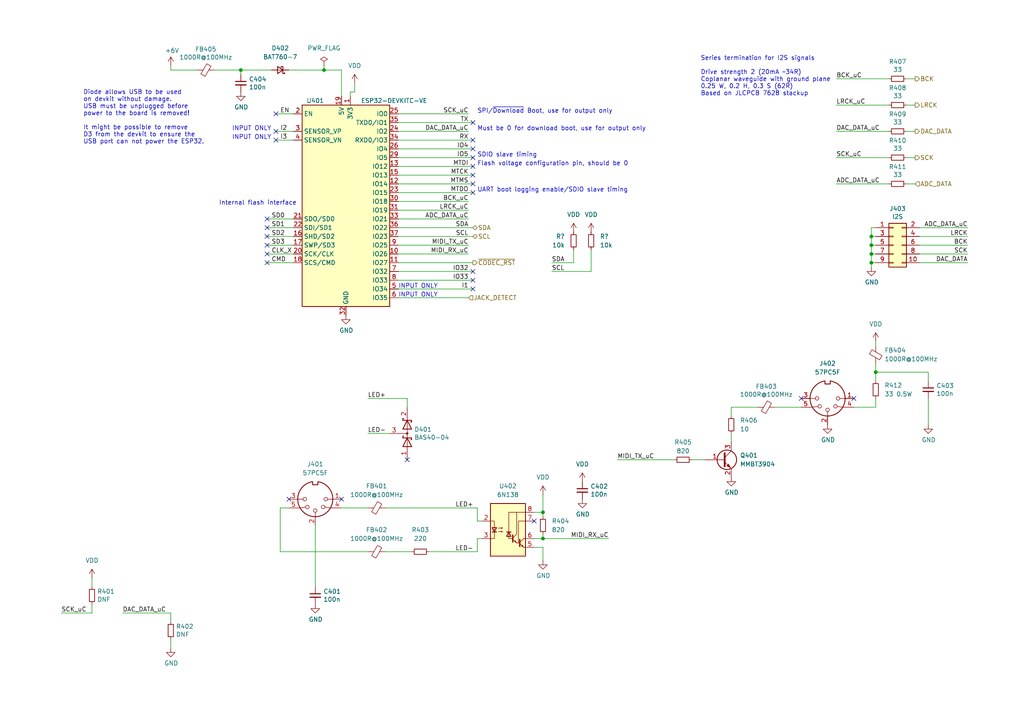
<source format=kicad_sch>
(kicad_sch (version 20210621) (generator eeschema)
  (paper "A4")
  (lib_symbols
    (symbol "Connector:DIN-5_180degree" (pin_names (offset 1.016))
      (property "Reference" "J" (at 3.175 5.715 0))
      (property "Value" "DIN-5_180degree" (at 0 -6.35 0))
      (symbol "DIN-5_180degree_0_1"
        (arc (start 0.762 -5.08) (end 5.08 0) (radius (at -0.0254 -0.0254) (length 5.1054) (angles -81.1 0.3)) (stroke (width 0.254)))
        (arc (start 5.08 0) (end -5.08 0) (radius (at 0 0) (length 5.08) (angles 0.1 179.9)) (stroke (width 0.254)))
        (arc (start -5.08 0) (end -0.762 -5.08) (radius (at 0.0254 -0.0254) (length 5.1054) (angles 179.7 -98.9)) (stroke (width 0.254)))
        (circle (center -3.048 0) (radius 0.508))
        (circle (center -2.286 2.286) (radius 0.508))
        (circle (center 0 3.302) (radius 0.508))
        (circle (center 2.286 2.286) (radius 0.508))
        (circle (center 3.048 0) (radius 0.508))
        (polyline (pts (xy -5.08 0) (xy -3.556 0)))
        (polyline (pts (xy 0 5.08) (xy 0 3.81)))
        (polyline (pts (xy 5.08 0) (xy 3.556 0)))
        (polyline (pts (xy -5.08 2.54) (xy -4.318 2.54) (xy -2.794 2.286)))
        (polyline (pts (xy 5.08 2.54) (xy 4.318 2.54) (xy 2.794 2.286)))
        (polyline (pts (xy -0.762 -4.953) (xy -0.762 -4.191) (xy 0.762 -4.191) (xy 0.762 -4.953)) (stroke (width 0.254)))
      )
      (symbol "DIN-5_180degree_1_1"
        (pin passive line (at -7.62 0 0) (length 2.54) (name "~") (number "1"))
        (pin passive line (at 0 7.62 270) (length 2.54) (name "~") (number "2"))
        (pin passive line (at 7.62 0 180) (length 2.54) (name "~") (number "3"))
        (pin passive line (at -7.62 2.54 0) (length 2.54) (name "~") (number "4"))
        (pin passive line (at 7.62 2.54 180) (length 2.54) (name "~") (number "5"))
      )
    )
    (symbol "Connector_Generic:Conn_02x05_Odd_Even" (pin_names (offset 1.016) hide)
      (property "Reference" "J" (at 1.27 7.62 0))
      (property "Value" "Conn_02x05_Odd_Even" (at 1.27 -7.62 0))
      (symbol "Conn_02x05_Odd_Even_1_1"
        (rectangle (start -1.27 -4.953) (end 0 -5.207) (stroke (width 0.1524)))
        (rectangle (start -1.27 -2.413) (end 0 -2.667) (stroke (width 0.1524)))
        (rectangle (start -1.27 0.127) (end 0 -0.127) (stroke (width 0.1524)))
        (rectangle (start -1.27 2.667) (end 0 2.413) (stroke (width 0.1524)))
        (rectangle (start -1.27 5.207) (end 0 4.953) (stroke (width 0.1524)))
        (rectangle (start 3.81 -4.953) (end 2.54 -5.207) (stroke (width 0.1524)))
        (rectangle (start 3.81 -2.413) (end 2.54 -2.667) (stroke (width 0.1524)))
        (rectangle (start 3.81 0.127) (end 2.54 -0.127) (stroke (width 0.1524)))
        (rectangle (start 3.81 2.667) (end 2.54 2.413) (stroke (width 0.1524)))
        (rectangle (start 3.81 5.207) (end 2.54 4.953) (stroke (width 0.1524)))
        (rectangle (start -1.27 6.35) (end 3.81 -6.35) (stroke (width 0.254)) (fill (type background)))
        (pin passive line (at -5.08 5.08 0) (length 3.81) (name "Pin_1") (number "1"))
        (pin passive line (at 7.62 -5.08 180) (length 3.81) (name "Pin_10") (number "10"))
        (pin passive line (at 7.62 5.08 180) (length 3.81) (name "Pin_2") (number "2"))
        (pin passive line (at -5.08 2.54 0) (length 3.81) (name "Pin_3") (number "3"))
        (pin passive line (at 7.62 2.54 180) (length 3.81) (name "Pin_4") (number "4"))
        (pin passive line (at -5.08 0 0) (length 3.81) (name "Pin_5") (number "5"))
        (pin passive line (at 7.62 0 180) (length 3.81) (name "Pin_6") (number "6"))
        (pin passive line (at -5.08 -2.54 0) (length 3.81) (name "Pin_7") (number "7"))
        (pin passive line (at 7.62 -2.54 180) (length 3.81) (name "Pin_8") (number "8"))
        (pin passive line (at -5.08 -5.08 0) (length 3.81) (name "Pin_9") (number "9"))
      )
    )
    (symbol "Device:C_Small" (pin_numbers hide) (pin_names (offset 0.254) hide)
      (property "Reference" "C" (at 0.254 1.778 0))
      (property "Value" "C_Small" (at 0.254 -2.032 0))
      (symbol "C_Small_0_1"
        (polyline (pts (xy -1.524 -0.508) (xy 1.524 -0.508)) (stroke (width 0.3302)))
        (polyline (pts (xy -1.524 0.508) (xy 1.524 0.508)) (stroke (width 0.3048)))
      )
      (symbol "C_Small_1_1"
        (pin passive line (at 0 2.54 270) (length 2.032) (name "~") (number "1"))
        (pin passive line (at 0 -2.54 90) (length 2.032) (name "~") (number "2"))
      )
    )
    (symbol "Device:D_Schottky_Small" (pin_numbers hide) (pin_names (offset 0.254) hide)
      (property "Reference" "D" (at -1.27 2.032 0))
      (property "Value" "D_Schottky_Small" (at -7.112 -2.032 0))
      (symbol "D_Schottky_Small_0_1"
        (polyline (pts (xy -0.762 0) (xy 0.762 0)))
        (polyline (pts (xy 0.762 -1.016) (xy -0.762 0) (xy 0.762 1.016) (xy 0.762 -1.016)) (stroke (width 0.254)))
        (polyline (pts (xy -1.27 0.762) (xy -1.27 1.016) (xy -0.762 1.016) (xy -0.762 -1.016) (xy -0.254 -1.016) (xy -0.254 -0.762)) (stroke (width 0.254)))
      )
      (symbol "D_Schottky_Small_1_1"
        (pin passive line (at -2.54 0 0) (length 1.778) (name "K") (number "1"))
        (pin passive line (at 2.54 0 180) (length 1.778) (name "A") (number "2"))
      )
    )
    (symbol "Device:D_Schottky_x2_Serial_AKC" (pin_names (offset 0.762) hide)
      (property "Reference" "D" (at 1.27 -2.54 0))
      (property "Value" "D_Schottky_x2_Serial_AKC" (at 0 2.54 0))
      (symbol "D_Schottky_x2_Serial_AKC_0_1"
        (circle (center 0 0) (radius 0.254) (fill (type outline)))
        (polyline (pts (xy -3.81 0) (xy 3.81 0)))
        (polyline (pts (xy 0 0) (xy 0 -2.54)))
        (polyline (pts (xy 6.35 0) (xy 7.62 0)))
        (polyline (pts (xy -1.27 -1.27) (xy -1.27 1.27) (xy -1.27 1.27)) (stroke (width 0.254)))
        (polyline (pts (xy 3.81 1.27) (xy 3.81 -1.27) (xy 3.81 -1.27)) (stroke (width 0.254)))
        (polyline (pts (xy -1.27 -1.27) (xy -0.762 -1.27) (xy -0.762 -1.016) (xy -0.762 -1.016)) (stroke (width 0.254)))
        (polyline (pts (xy 3.81 -1.27) (xy 4.318 -1.27) (xy 4.318 -1.016) (xy 4.318 -1.016)) (stroke (width 0.254)))
        (polyline (pts (xy 3.81 1.27) (xy 3.302 1.27) (xy 3.302 1.016) (xy 3.302 1.016)) (stroke (width 0.254)))
        (polyline (pts (xy -1.778 1.016) (xy -1.778 1.27) (xy -1.27 1.27) (xy -1.27 1.27) (xy -1.27 1.27)) (stroke (width 0.254)))
        (polyline (pts (xy -3.81 1.27) (xy -1.27 0) (xy -3.81 -1.27) (xy -3.81 1.27) (xy -3.81 1.27) (xy -3.81 1.27)) (stroke (width 0.254)))
        (polyline (pts (xy 1.27 1.27) (xy 3.81 0) (xy 1.27 -1.27) (xy 1.27 1.27) (xy 1.27 1.27) (xy 1.27 1.27)) (stroke (width 0.254)))
        (pin passive line (at -7.62 0 0) (length 3.81) (name "A") (number "1"))
        (pin passive line (at 7.62 0 180) (length 3.81) (name "K") (number "2"))
        (pin passive line (at 0 -5.08 90) (length 2.54) (name "common") (number "3"))
      )
    )
    (symbol "Device:Ferrite_Bead_Small" (pin_numbers hide) (pin_names (offset 0))
      (property "Reference" "FB" (at 1.905 1.27 0))
      (property "Value" "Ferrite_Bead_Small" (at 1.905 -1.27 0))
      (symbol "Ferrite_Bead_Small_0_1"
        (polyline (pts (xy 0 -1.27) (xy 0 -0.7874)))
        (polyline (pts (xy 0 0.889) (xy 0 1.2954)))
        (polyline (pts (xy -1.8288 0.2794) (xy -1.1176 1.4986) (xy 1.8288 -0.2032) (xy 1.1176 -1.4224) (xy -1.8288 0.2794)))
      )
      (symbol "Ferrite_Bead_Small_1_1"
        (pin passive line (at 0 2.54 270) (length 1.27) (name "~") (number "1"))
        (pin passive line (at 0 -2.54 90) (length 1.27) (name "~") (number "2"))
      )
    )
    (symbol "Device:R_Small" (pin_numbers hide) (pin_names (offset 0.254) hide)
      (property "Reference" "R" (at 0.762 0.508 0))
      (property "Value" "R_Small" (at 0.762 -1.016 0))
      (symbol "R_Small_0_1"
        (rectangle (start -0.762 1.778) (end 0.762 -1.778) (stroke (width 0.2032)))
      )
      (symbol "R_Small_1_1"
        (pin passive line (at 0 2.54 270) (length 0.762) (name "~") (number "1"))
        (pin passive line (at 0 -2.54 90) (length 0.762) (name "~") (number "2"))
      )
    )
    (symbol "Isolator:6N138" (pin_names (offset 1.016) hide)
      (property "Reference" "U" (at -4.064 8.89 0))
      (property "Value" "6N138" (at 2.286 8.89 0))
      (symbol "6N138_0_1"
        (rectangle (start -5.08 7.62) (end 5.08 -7.62) (stroke (width 0.254)) (fill (type background)))
        (polyline (pts (xy -4.572 -0.635) (xy -3.302 -0.635)) (stroke (width 0.254)))
        (polyline (pts (xy 0.889 -0.635) (xy -0.381 -0.635)) (stroke (width 0.254)))
        (polyline (pts (xy 1.397 -2.667) (xy 2.54 -3.81)))
        (polyline (pts (xy 1.397 -2.413) (xy 2.54 -1.27)))
        (polyline (pts (xy 2.54 -3.81) (xy 3.175 -3.81)))
        (polyline (pts (xy 3.429 -3.937) (xy 4.572 -5.08)))
        (polyline (pts (xy 3.429 -3.683) (xy 4.572 -2.54)))
        (polyline (pts (xy 4.572 -5.08) (xy 5.08 -5.08)))
        (polyline (pts (xy 4.572 -2.54) (xy 5.08 -2.54)))
        (polyline (pts (xy 1.397 -1.524) (xy 1.397 -3.556) (xy 1.397 -3.556)) (stroke (width 0.3556)))
        (polyline (pts (xy 2.54 -1.27) (xy 2.54 5.08) (xy 5.08 5.08)))
        (polyline (pts (xy 3.429 -2.794) (xy 3.429 -4.826) (xy 3.429 -4.826)) (stroke (width 0.3556)))
        (polyline (pts (xy 5.08 2.54) (xy 3.048 2.54) (xy 3.048 -3.81)))
        (polyline (pts (xy -5.08 -2.54) (xy -3.937 -2.54) (xy -3.937 2.54) (xy -5.08 2.54)))
        (polyline (pts (xy -3.937 -0.635) (xy -4.572 0.635) (xy -3.302 0.635) (xy -3.937 -0.635)) (stroke (width 0.254)))
        (polyline (pts (xy 0.254 -0.635) (xy 0.889 -1.905) (xy -0.381 -1.905) (xy 0.254 -0.635)) (stroke (width 0.254)))
        (polyline (pts (xy 1.27 -2.54) (xy 0.254 -2.54) (xy 0.254 5.08) (xy 2.54 5.08)))
        (polyline (pts (xy 2.413 -3.683) (xy 2.159 -3.175) (xy 1.905 -3.429) (xy 2.413 -3.683)))
        (polyline (pts (xy 4.445 -4.953) (xy 4.191 -4.445) (xy 3.937 -4.699) (xy 4.445 -4.953)))
        (polyline (pts (xy -2.794 -0.508) (xy -1.524 -0.508) (xy -1.905 -0.635) (xy -1.905 -0.381) (xy -1.524 -0.508)))
        (polyline (pts (xy -2.794 0.508) (xy -1.524 0.508) (xy -1.905 0.381) (xy -1.905 0.635) (xy -1.524 0.508)))
      )
      (symbol "6N138_1_1"
        (pin no_connect line (at -5.08 5.08 0) (length 2.54) hide (name "NC") (number "1"))
        (pin passive line (at -7.62 2.54 0) (length 2.54) (name "C1") (number "2"))
        (pin passive line (at -7.62 -2.54 0) (length 2.54) (name "C2") (number "3"))
        (pin no_connect line (at -5.08 -5.08 0) (length 2.54) hide (name "NC") (number "4"))
        (pin passive line (at 7.62 -5.08 180) (length 2.54) (name "GND") (number "5"))
        (pin passive line (at 7.62 -2.54 180) (length 2.54) (name "VO2") (number "6"))
        (pin passive line (at 7.62 2.54 180) (length 2.54) (name "VO1") (number "7"))
        (pin passive line (at 7.62 5.08 180) (length 2.54) (name "VCC") (number "8"))
      )
    )
    (symbol "Transistor_BJT:MMBT3904" (pin_names (offset 0) hide)
      (property "Reference" "Q" (at 5.08 1.905 0))
      (property "Value" "MMBT3904" (at 5.08 0 0))
      (symbol "MMBT3904_0_1"
        (circle (center 1.27 0) (radius 2.8194) (stroke (width 0.254)))
        (polyline (pts (xy 0.635 0.635) (xy 2.54 2.54)))
        (polyline (pts (xy 0.635 -0.635) (xy 2.54 -2.54) (xy 2.54 -2.54)))
        (polyline (pts (xy 0.635 1.905) (xy 0.635 -1.905) (xy 0.635 -1.905)) (stroke (width 0.508)))
        (polyline (pts (xy 1.27 -1.778) (xy 1.778 -1.27) (xy 2.286 -2.286) (xy 1.27 -1.778) (xy 1.27 -1.778)) (fill (type outline)))
      )
      (symbol "MMBT3904_1_1"
        (pin input line (at -5.08 0 0) (length 5.715) (name "B") (number "1"))
        (pin passive line (at 2.54 -5.08 90) (length 2.54) (name "E") (number "2"))
        (pin passive line (at 2.54 5.08 270) (length 2.54) (name "C") (number "3"))
      )
    )
    (symbol "power:+6V" (power) (pin_names (offset 0))
      (property "Value" "+6V" (at 0 3.556 0))
      (symbol "+6V_0_1"
        (polyline (pts (xy -0.762 1.27) (xy 0 2.54)))
        (polyline (pts (xy 0 0) (xy 0 2.54)))
        (polyline (pts (xy 0 2.54) (xy 0.762 1.27)))
      )
      (symbol "+6V_1_1"
        (pin power_in line (at 0 0 90) (length 0) hide (name "+6V") (number "1"))
      )
    )
    (symbol "power:GND" (power) (pin_names (offset 0))
      (property "Value" "GND" (at 0 -3.81 0))
      (symbol "GND_0_1"
        (polyline (pts (xy 0 0) (xy 0 -1.27) (xy 1.27 -1.27) (xy 0 -2.54) (xy -1.27 -1.27) (xy 0 -1.27)))
      )
      (symbol "GND_1_1"
        (pin power_in line (at 0 0 270) (length 0) hide (name "GND") (number "1"))
      )
    )
    (symbol "power:PWR_FLAG" (power) (pin_numbers hide) (pin_names (offset 0) hide)
      (property "Value" "PWR_FLAG" (at 0 3.81 0))
      (symbol "PWR_FLAG_0_0"
        (pin power_out line (at 0 0 90) (length 0) (name "pwr") (number "1"))
      )
      (symbol "PWR_FLAG_0_1"
        (polyline (pts (xy 0 0) (xy 0 1.27) (xy -1.016 1.905) (xy 0 2.54) (xy 1.016 1.905) (xy 0 1.27)))
      )
    )
    (symbol "power:VDD" (power) (pin_names (offset 0))
      (property "Value" "VDD" (at 0 3.81 0))
      (symbol "VDD_0_1"
        (polyline (pts (xy -0.762 1.27) (xy 0 2.54)))
        (polyline (pts (xy 0 0) (xy 0 2.54)))
        (polyline (pts (xy 0 2.54) (xy 0.762 1.27)))
      )
      (symbol "VDD_1_1"
        (pin power_in line (at 0 0 90) (length 0) hide (name "VDD") (number "1"))
      )
    )
    (symbol "symbols:ESP32-DEVKIT-CVE"
      (property "Reference" "U" (at -12.7 34.29 0))
      (property "Value" "ESP32-DEVKIT-CVE" (at 2.54 34.29 0))
      (symbol "ESP32-DEVKIT-CVE_0_0"
        (pin power_in line (at -1.27 35.56 270) (length 2.54) (name "5V") (number "19"))
        (pin no_connect line (at -12.7 -21.59 0) (length 2.54) hide (name "NC") (number "27"))
        (pin no_connect line (at -12.7 -24.13 0) (length 2.54) hide (name "NC") (number "28"))
      )
      (symbol "ESP32-DEVKIT-CVE_0_1"
        (rectangle (start -12.7 33.02) (end 12.7 -25.4) (stroke (width 0.254)) (fill (type background)))
      )
      (symbol "ESP32-DEVKIT-CVE_1_1"
        (pin power_out line (at 1.27 35.56 270) (length 2.54) (name "3V3") (number "1"))
        (pin bidirectional line (at 15.24 -10.16 180) (length 2.54) (name "IO26") (number "10"))
        (pin bidirectional line (at 15.24 -12.7 180) (length 2.54) (name "IO27") (number "11"))
        (pin bidirectional line (at 15.24 10.16 180) (length 2.54) (name "IO14") (number "12"))
        (pin bidirectional line (at 15.24 15.24 180) (length 2.54) (name "IO12") (number "13"))
        (pin passive line (at 0 -27.94 90) (length 2.54) hide (name "GND") (number "14"))
        (pin bidirectional line (at 15.24 12.7 180) (length 2.54) (name "IO13") (number "15"))
        (pin bidirectional line (at -15.24 -5.08 0) (length 2.54) (name "SHD/SD2") (number "16"))
        (pin bidirectional line (at -15.24 -7.62 0) (length 2.54) (name "SWP/SD3") (number "17"))
        (pin bidirectional line (at -15.24 -12.7 0) (length 2.54) (name "SCS/CMD") (number "18"))
        (pin input line (at -15.24 30.48 0) (length 2.54) (name "EN") (number "2"))
        (pin bidirectional line (at -15.24 -10.16 0) (length 2.54) (name "SCK/CLK") (number "20"))
        (pin bidirectional line (at -15.24 0 0) (length 2.54) (name "SDO/SD0") (number "21"))
        (pin bidirectional line (at -15.24 -2.54 0) (length 2.54) (name "SDI/SD1") (number "22"))
        (pin bidirectional line (at 15.24 7.62 180) (length 2.54) (name "IO15") (number "23"))
        (pin bidirectional line (at 15.24 25.4 180) (length 2.54) (name "IO2") (number "24"))
        (pin bidirectional line (at 15.24 30.48 180) (length 2.54) (name "IO0") (number "25"))
        (pin bidirectional line (at 15.24 20.32 180) (length 2.54) (name "IO4") (number "26"))
        (pin bidirectional line (at 15.24 17.78 180) (length 2.54) (name "IO5") (number "29"))
        (pin input line (at -15.24 25.4 0) (length 2.54) (name "SENSOR_VP") (number "3"))
        (pin bidirectional line (at 15.24 5.08 180) (length 2.54) (name "IO18") (number "30"))
        (pin bidirectional line (at 15.24 2.54 180) (length 2.54) (name "IO19") (number "31"))
        (pin power_in line (at 0 -27.94 90) (length 2.54) (name "GND") (number "32"))
        (pin bidirectional line (at 15.24 0 180) (length 2.54) (name "IO21") (number "33"))
        (pin bidirectional line (at 15.24 22.86 180) (length 2.54) (name "RXD0/IO3") (number "34"))
        (pin bidirectional line (at 15.24 27.94 180) (length 2.54) (name "TXD0/IO1") (number "35"))
        (pin bidirectional line (at 15.24 -2.54 180) (length 2.54) (name "IO22") (number "36"))
        (pin bidirectional line (at 15.24 -5.08 180) (length 2.54) (name "IO23") (number "37"))
        (pin passive line (at 0 -27.94 90) (length 2.54) hide (name "GND") (number "38"))
        (pin input line (at -15.24 22.86 0) (length 2.54) (name "SENSOR_VN") (number "4"))
        (pin input line (at 15.24 -20.32 180) (length 2.54) (name "IO34") (number "5"))
        (pin input line (at 15.24 -22.86 180) (length 2.54) (name "IO35") (number "6"))
        (pin bidirectional line (at 15.24 -15.24 180) (length 2.54) (name "IO32") (number "7"))
        (pin bidirectional line (at 15.24 -17.78 180) (length 2.54) (name "IO33") (number "8"))
        (pin bidirectional line (at 15.24 -7.62 180) (length 2.54) (name "IO25") (number "9"))
      )
    )
  )
  (junction (at 69.85 20.32))
  (junction (at 93.98 20.32))
  (junction (at 157.48 148.59) (diameter 0.9144))
  (junction (at 157.48 156.21) (diameter 0.9144))
  (junction (at 252.73 68.58) (diameter 0.9144))
  (junction (at 252.73 71.12) (diameter 0.9144))
  (junction (at 252.73 73.66) (diameter 0.9144))
  (junction (at 252.73 76.2) (diameter 0.9144))
  (junction (at 254 107.95) (diameter 0.9144))
  (no_connect (at 77.47 63.5))
  (no_connect (at 77.47 66.04))
  (no_connect (at 77.47 68.58))
  (no_connect (at 77.47 71.12))
  (no_connect (at 77.47 73.66))
  (no_connect (at 77.47 76.2))
  (no_connect (at 80.01 33.02))
  (no_connect (at 80.01 38.1))
  (no_connect (at 80.01 40.64))
  (no_connect (at 83.82 144.78))
  (no_connect (at 99.06 144.78))
  (no_connect (at 118.11 133.35))
  (no_connect (at 137.16 35.56))
  (no_connect (at 137.16 40.64))
  (no_connect (at 137.16 43.18))
  (no_connect (at 137.16 45.72))
  (no_connect (at 137.16 48.26))
  (no_connect (at 137.16 50.8))
  (no_connect (at 137.16 53.34))
  (no_connect (at 137.16 55.88))
  (no_connect (at 137.16 78.74))
  (no_connect (at 137.16 81.28))
  (no_connect (at 137.16 83.82))
  (no_connect (at 154.94 151.13))
  (no_connect (at 232.41 115.57))
  (no_connect (at 247.65 115.57))
  (wire (pts (xy 17.78 177.8) (xy 26.67 177.8)))
  (wire (pts (xy 26.67 170.18) (xy 26.67 167.64)))
  (wire (pts (xy 26.67 177.8) (xy 26.67 175.26)))
  (wire (pts (xy 49.53 19.05) (xy 49.53 20.32)))
  (wire (pts (xy 49.53 20.32) (xy 57.15 20.32)))
  (wire (pts (xy 49.53 177.8) (xy 35.56 177.8)))
  (wire (pts (xy 49.53 177.8) (xy 49.53 180.34)))
  (wire (pts (xy 49.53 185.42) (xy 49.53 187.96)))
  (wire (pts (xy 62.23 20.32) (xy 69.85 20.32)))
  (wire (pts (xy 69.85 20.32) (xy 69.85 21.59)))
  (wire (pts (xy 69.85 20.32) (xy 78.74 20.32)))
  (wire (pts (xy 77.47 63.5) (xy 85.09 63.5)))
  (wire (pts (xy 77.47 66.04) (xy 85.09 66.04)))
  (wire (pts (xy 77.47 68.58) (xy 85.09 68.58)))
  (wire (pts (xy 77.47 71.12) (xy 85.09 71.12)))
  (wire (pts (xy 77.47 73.66) (xy 85.09 73.66)))
  (wire (pts (xy 77.47 76.2) (xy 85.09 76.2)))
  (wire (pts (xy 80.01 33.02) (xy 85.09 33.02)))
  (wire (pts (xy 80.01 38.1) (xy 85.09 38.1)))
  (wire (pts (xy 80.01 40.64) (xy 85.09 40.64)))
  (wire (pts (xy 81.28 147.32) (xy 83.82 147.32)))
  (wire (pts (xy 81.28 160.02) (xy 81.28 147.32)))
  (wire (pts (xy 83.82 20.32) (xy 93.98 20.32)))
  (wire (pts (xy 91.44 152.4) (xy 91.44 170.18)))
  (wire (pts (xy 93.98 19.05) (xy 93.98 20.32)))
  (wire (pts (xy 93.98 20.32) (xy 99.06 20.32)))
  (wire (pts (xy 99.06 20.32) (xy 99.06 27.94)))
  (wire (pts (xy 99.06 147.32) (xy 106.68 147.32)))
  (wire (pts (xy 101.6 26.67) (xy 102.87 26.67)))
  (wire (pts (xy 101.6 27.94) (xy 101.6 26.67)))
  (wire (pts (xy 102.87 26.67) (xy 102.87 24.13)))
  (wire (pts (xy 106.68 115.57) (xy 118.11 115.57)))
  (wire (pts (xy 106.68 125.73) (xy 113.03 125.73)))
  (wire (pts (xy 106.68 160.02) (xy 81.28 160.02)))
  (wire (pts (xy 111.76 147.32) (xy 138.43 147.32)))
  (wire (pts (xy 111.76 160.02) (xy 119.38 160.02)))
  (wire (pts (xy 115.57 33.02) (xy 135.89 33.02)))
  (wire (pts (xy 115.57 35.56) (xy 137.16 35.56)))
  (wire (pts (xy 115.57 38.1) (xy 135.89 38.1)))
  (wire (pts (xy 115.57 40.64) (xy 137.16 40.64)))
  (wire (pts (xy 115.57 43.18) (xy 137.16 43.18)))
  (wire (pts (xy 115.57 45.72) (xy 137.16 45.72)))
  (wire (pts (xy 115.57 48.26) (xy 137.16 48.26)))
  (wire (pts (xy 115.57 50.8) (xy 137.16 50.8)))
  (wire (pts (xy 115.57 53.34) (xy 137.16 53.34)))
  (wire (pts (xy 115.57 55.88) (xy 137.16 55.88)))
  (wire (pts (xy 115.57 58.42) (xy 135.89 58.42)))
  (wire (pts (xy 115.57 60.96) (xy 135.89 60.96)))
  (wire (pts (xy 115.57 63.5) (xy 135.89 63.5)))
  (wire (pts (xy 115.57 71.12) (xy 135.89 71.12)))
  (wire (pts (xy 115.57 76.2) (xy 137.16 76.2)))
  (wire (pts (xy 115.57 78.74) (xy 137.16 78.74)))
  (wire (pts (xy 115.57 81.28) (xy 137.16 81.28)))
  (wire (pts (xy 115.57 83.82) (xy 137.16 83.82)))
  (wire (pts (xy 115.57 86.36) (xy 135.89 86.36)))
  (wire (pts (xy 118.11 115.57) (xy 118.11 118.11)))
  (wire (pts (xy 124.46 160.02) (xy 138.43 160.02)))
  (wire (pts (xy 135.89 73.66) (xy 115.57 73.66)))
  (wire (pts (xy 137.16 66.04) (xy 115.57 66.04)))
  (wire (pts (xy 137.16 68.58) (xy 115.57 68.58)))
  (wire (pts (xy 138.43 147.32) (xy 138.43 151.13)))
  (wire (pts (xy 138.43 151.13) (xy 139.7 151.13)))
  (wire (pts (xy 138.43 156.21) (xy 139.7 156.21)))
  (wire (pts (xy 138.43 160.02) (xy 138.43 156.21)))
  (wire (pts (xy 154.94 156.21) (xy 157.48 156.21)))
  (wire (pts (xy 154.94 158.75) (xy 157.48 158.75)))
  (wire (pts (xy 157.48 143.51) (xy 157.48 148.59)))
  (wire (pts (xy 157.48 148.59) (xy 154.94 148.59)))
  (wire (pts (xy 157.48 149.86) (xy 157.48 148.59)))
  (wire (pts (xy 157.48 156.21) (xy 157.48 154.94)))
  (wire (pts (xy 157.48 156.21) (xy 176.53 156.21)))
  (wire (pts (xy 157.48 158.75) (xy 157.48 162.56)))
  (wire (pts (xy 160.02 76.2) (xy 166.37 76.2)))
  (wire (pts (xy 160.02 78.74) (xy 171.45 78.74)))
  (wire (pts (xy 166.37 76.2) (xy 166.37 72.39)))
  (wire (pts (xy 171.45 78.74) (xy 171.45 72.39)))
  (wire (pts (xy 179.07 133.35) (xy 195.58 133.35)))
  (wire (pts (xy 200.66 133.35) (xy 204.47 133.35)))
  (wire (pts (xy 212.09 118.11) (xy 212.09 120.65)))
  (wire (pts (xy 212.09 125.73) (xy 212.09 128.27)))
  (wire (pts (xy 219.71 118.11) (xy 212.09 118.11)))
  (wire (pts (xy 224.79 118.11) (xy 232.41 118.11)))
  (wire (pts (xy 242.57 22.86) (xy 257.81 22.86)))
  (wire (pts (xy 242.57 38.1) (xy 257.81 38.1)))
  (wire (pts (xy 242.57 53.34) (xy 257.81 53.34)))
  (wire (pts (xy 247.65 118.11) (xy 254 118.11)))
  (wire (pts (xy 252.73 66.04) (xy 252.73 68.58)))
  (wire (pts (xy 252.73 68.58) (xy 252.73 71.12)))
  (wire (pts (xy 252.73 71.12) (xy 252.73 73.66)))
  (wire (pts (xy 252.73 71.12) (xy 254 71.12)))
  (wire (pts (xy 252.73 73.66) (xy 252.73 76.2)))
  (wire (pts (xy 252.73 73.66) (xy 254 73.66)))
  (wire (pts (xy 252.73 76.2) (xy 254 76.2)))
  (wire (pts (xy 252.73 77.47) (xy 252.73 76.2)))
  (wire (pts (xy 254 66.04) (xy 252.73 66.04)))
  (wire (pts (xy 254 68.58) (xy 252.73 68.58)))
  (wire (pts (xy 254 99.06) (xy 254 100.33)))
  (wire (pts (xy 254 105.41) (xy 254 107.95)))
  (wire (pts (xy 254 107.95) (xy 254 110.49)))
  (wire (pts (xy 254 118.11) (xy 254 115.57)))
  (wire (pts (xy 257.81 30.48) (xy 242.57 30.48)))
  (wire (pts (xy 257.81 45.72) (xy 242.57 45.72)))
  (wire (pts (xy 262.89 22.86) (xy 265.43 22.86)))
  (wire (pts (xy 262.89 38.1) (xy 265.43 38.1)))
  (wire (pts (xy 262.89 53.34) (xy 265.43 53.34)))
  (wire (pts (xy 265.43 30.48) (xy 262.89 30.48)))
  (wire (pts (xy 265.43 45.72) (xy 262.89 45.72)))
  (wire (pts (xy 266.7 66.04) (xy 280.67 66.04)))
  (wire (pts (xy 266.7 68.58) (xy 280.67 68.58)))
  (wire (pts (xy 266.7 73.66) (xy 280.67 73.66)))
  (wire (pts (xy 266.7 76.2) (xy 280.67 76.2)))
  (wire (pts (xy 269.24 107.95) (xy 254 107.95)))
  (wire (pts (xy 269.24 110.49) (xy 269.24 107.95)))
  (wire (pts (xy 269.24 115.57) (xy 269.24 123.19)))
  (wire (pts (xy 280.67 71.12) (xy 266.7 71.12)))
  (text "Diode allows USB to be used\non devkit without damage.\nUSB must be unplugged before\npower to the board is removed!\n\nIt might be possible to remove\nD3 from the devkit to ensure the\nUSB port can not power the ESP32." (at 24.13 41.91 0) (effects (font (size 1.27 1.27)) (justify left bottom)))
  (text "Internal flash interface" (at 63.5 59.69 0) (effects (font (size 1.27 1.27)) (justify left bottom)))
  (text "INPUT ONLY" (at 78.74 38.1 180) (effects (font (size 1.27 1.27)) (justify right bottom)))
  (text "INPUT ONLY" (at 78.74 40.64 180) (effects (font (size 1.27 1.27)) (justify right bottom)))
  (text "INPUT ONLY" (at 115.57 83.82 0) (effects (font (size 1.27 1.27)) (justify left bottom)))
  (text "INPUT ONLY" (at 115.57 86.36 0) (effects (font (size 1.27 1.27)) (justify left bottom)))
  (text "SPI/~{Download} Boot, use for output only" (at 138.43 33.02 0) (effects (font (size 1.27 1.27)) (justify left bottom)))
  (text "Must be 0 for download boot, use for output only" (at 138.43 38.1 0) (effects (font (size 1.27 1.27)) (justify left bottom)))
  (text "SDIO slave timing" (at 138.43 45.72 0) (effects (font (size 1.27 1.27)) (justify left bottom)))
  (text "Flash voltage configuration pin, should be 0" (at 138.43 48.26 0) (effects (font (size 1.27 1.27)) (justify left bottom)))
  (text "UART boot logging enable/SDIO slave timing" (at 138.43 55.88 0) (effects (font (size 1.27 1.27)) (justify left bottom)))
  (text "Series termination for I2S signals\n\nDrive strength 2 (20mA ~34R)\nCoplanar waveguide with ground plane\n0.25 W, 0.2 H, 0.3 S (62R)\nBased on JLCPCB 7628 stackup" (at 203.2 27.94 0) (effects (font (size 1.27 1.27)) (justify left bottom)))
  (label "SCK_uC" (at 17.78 177.8 0))
  (label "DAC_DATA_uC" (at 35.56 177.8 0))
  (label "SD0" (at 78.74 63.5 0))
  (label "SD1" (at 78.74 66.04 0))
  (label "SD2" (at 78.74 68.58 0))
  (label "SD3" (at 78.74 71.12 0))
  (label "CLK_X" (at 78.74 73.66 0))
  (label "CMD" (at 78.74 76.2 0))
  (label "EN" (at 81.28 33.02 0))
  (label "I2" (at 81.28 38.1 0))
  (label "I3" (at 81.28 40.64 0))
  (label "LED+" (at 106.68 115.57 0))
  (label "LED-" (at 106.68 125.73 0))
  (label "LED+" (at 132.08 147.32 0))
  (label "LED-" (at 132.08 160.02 0))
  (label "SCK_uC" (at 135.89 33.02 180))
  (label "TX" (at 135.89 35.56 180))
  (label "DAC_DATA_uC" (at 135.89 38.1 180))
  (label "RX" (at 135.89 40.64 180))
  (label "IO4" (at 135.89 43.18 180))
  (label "IO5" (at 135.89 45.72 180))
  (label "MTDI" (at 135.89 48.26 180))
  (label "MTCK" (at 135.89 50.8 180))
  (label "MTMS" (at 135.89 53.34 180))
  (label "MTDO" (at 135.89 55.88 180))
  (label "BCK_uC" (at 135.89 58.42 180))
  (label "LRCK_uC" (at 135.89 60.96 180))
  (label "ADC_DATA_uC" (at 135.89 63.5 180))
  (label "SDA" (at 135.89 66.04 180))
  (label "SCL" (at 135.89 68.58 180))
  (label "MIDI_TX_uC" (at 135.89 71.12 180))
  (label "MIDI_RX_uC" (at 135.89 73.66 180))
  (label "IO32" (at 135.89 78.74 180))
  (label "IO33" (at 135.89 81.28 180))
  (label "I1" (at 135.89 83.82 180))
  (label "SDA" (at 160.02 76.2 0))
  (label "SCL" (at 160.02 78.74 0))
  (label "MIDI_RX_uC" (at 176.53 156.21 180))
  (label "MIDI_TX_uC" (at 179.07 133.35 0))
  (label "BCK_uC" (at 242.57 22.86 0))
  (label "LRCK_uC" (at 242.57 30.48 0))
  (label "DAC_DATA_uC" (at 242.57 38.1 0))
  (label "SCK_uC" (at 242.57 45.72 0))
  (label "ADC_DATA_uC" (at 242.57 53.34 0))
  (label "ADC_DATA_uC" (at 280.67 66.04 180))
  (label "LRCK" (at 280.67 68.58 180))
  (label "BCK" (at 280.67 71.12 180))
  (label "SCK" (at 280.67 73.66 180))
  (label "DAC_DATA" (at 280.67 76.2 180))
  (hierarchical_label "JACK_DETECT" (shape input) (at 135.89 86.36 0))
  (hierarchical_label "SDA" (shape tri_state) (at 137.16 66.04 0))
  (hierarchical_label "SCL" (shape tri_state) (at 137.16 68.58 0))
  (hierarchical_label "~{CODEC_RST}" (shape output) (at 137.16 76.2 0))
  (hierarchical_label "BCK" (shape output) (at 265.43 22.86 0))
  (hierarchical_label "LRCK" (shape output) (at 265.43 30.48 0))
  (hierarchical_label "DAC_DATA" (shape output) (at 265.43 38.1 0))
  (hierarchical_label "SCK" (shape output) (at 265.43 45.72 0))
  (hierarchical_label "ADC_DATA" (shape input) (at 265.43 53.34 0))
  (symbol (lib_id "power:VDD") (at 26.67 167.64 0) (unit 1)
    (property "Reference" "#PWR0103" (effects hide))
    (property "Value" "VDD" (at 26.67 162.56 0))
  )
  (symbol (lib_id "power:+6V") (at 49.53 19.05 0) (unit 1)
    (property "Reference" "#PWR0401" (effects hide))
    (property "Value" "+6V" (at 49.911 14.6558 0))
  )
  (symbol (lib_id "power:VDD") (at 102.87 24.13 0) (unit 1)
    (property "Reference" "#PWR0406" (effects hide))
    (property "Value" "VDD" (at 102.87 19.05 0))
  )
  (symbol (lib_id "power:VDD") (at 157.48 143.51 0) (unit 1)
    (property "Reference" "#PWR0407" (effects hide))
    (property "Value" "VDD" (at 157.48 138.43 0))
  )
  (symbol (lib_id "power:VDD") (at 166.37 67.31 0) (unit 1)
    (property "Reference" "#PWR?" (effects hide))
    (property "Value" "VDD" (at 166.37 62.23 0))
  )
  (symbol (lib_id "power:VDD") (at 168.91 139.7 0) (unit 1)
    (property "Reference" "#PWR0409" (effects hide))
    (property "Value" "VDD" (at 168.91 134.62 0))
  )
  (symbol (lib_id "power:VDD") (at 171.45 67.31 0) (unit 1)
    (property "Reference" "#PWR?" (effects hide))
    (property "Value" "VDD" (at 171.45 62.23 0))
  )
  (symbol (lib_id "power:VDD") (at 254 99.06 0) (unit 1)
    (property "Reference" "#PWR0414" (effects hide))
    (property "Value" "VDD" (at 254 93.98 0))
  )
  (symbol (lib_id "power:PWR_FLAG") (at 93.98 19.05 0) (unit 1)
    (property "Reference" "#FLG0101" (effects hide))
    (property "Value" "PWR_FLAG" (at 93.98 13.97 0))
  )
  (symbol (lib_id "power:GND") (at 49.53 187.96 0) (unit 1)
    (property "Reference" "#PWR0402" (effects hide))
    (property "Value" "GND" (at 49.657 192.3542 0))
  )
  (symbol (lib_id "power:GND") (at 69.85 26.67 0) (unit 1)
    (property "Reference" "#PWR0404" (effects hide))
    (property "Value" "GND" (at 69.977 31.0642 0))
  )
  (symbol (lib_id "power:GND") (at 91.44 175.26 0) (unit 1)
    (property "Reference" "#PWR0403" (effects hide))
    (property "Value" "GND" (at 91.567 179.6542 0))
  )
  (symbol (lib_id "power:GND") (at 100.33 91.44 0) (unit 1)
    (property "Reference" "#PWR0405" (effects hide))
    (property "Value" "GND" (at 100.457 95.8342 0))
  )
  (symbol (lib_id "power:GND") (at 157.48 162.56 0) (unit 1)
    (property "Reference" "#PWR0408" (effects hide))
    (property "Value" "GND" (at 157.607 166.9542 0))
  )
  (symbol (lib_id "power:GND") (at 168.91 144.78 0) (unit 1)
    (property "Reference" "#PWR0410" (effects hide))
    (property "Value" "GND" (at 169.037 149.1742 0))
  )
  (symbol (lib_id "power:GND") (at 212.09 138.43 0) (unit 1)
    (property "Reference" "#PWR0411" (effects hide))
    (property "Value" "GND" (at 212.217 142.8242 0))
  )
  (symbol (lib_id "power:GND") (at 240.03 123.19 0) (unit 1)
    (property "Reference" "#PWR0412" (effects hide))
    (property "Value" "GND" (at 240.157 127.5842 0))
  )
  (symbol (lib_id "power:GND") (at 252.73 77.47 0) (unit 1)
    (property "Reference" "#PWR0413" (effects hide))
    (property "Value" "GND" (at 252.857 81.8642 0))
  )
  (symbol (lib_id "power:GND") (at 269.24 123.19 0) (unit 1)
    (property "Reference" "#PWR0415" (effects hide))
    (property "Value" "GND" (at 269.367 127.5842 0))
  )
  (symbol (lib_id "Device:R_Small") (at 26.67 172.72 0) (unit 1) (in_bom no)
    (property "Reference" "R401" (at 28.1686 171.5516 0) (effects (justify left)))
    (property "Value" "DNF" (at 28.1686 173.863 0) (effects (justify left)))
    (property "Footprint" "Resistor_SMD:R_0805_2012Metric_Pad1.20x1.40mm_HandSolder" (effects hide))
  )
  (symbol (lib_id "Device:R_Small") (at 49.53 182.88 0) (unit 1) (in_bom no)
    (property "Reference" "R402" (at 51.0286 181.7116 0) (effects (justify left)))
    (property "Value" "DNF" (at 51.0286 184.023 0) (effects (justify left)))
    (property "Footprint" "Resistor_SMD:R_0805_2012Metric_Pad1.20x1.40mm_HandSolder" (effects hide))
  )
  (symbol (lib_id "Device:R_Small") (at 121.92 160.02 90) (unit 1)
    (property "Reference" "R403" (at 121.92 153.67 90))
    (property "Value" "220" (at 121.92 156.21 90))
    (property "Footprint" "Resistor_SMD:R_0805_2012Metric_Pad1.20x1.40mm_HandSolder" (effects hide))
    (property "PN" "CR0805-FX-2200ELF" (effects hide))
  )
  (symbol (lib_id "Device:R_Small") (at 157.48 152.4 180) (unit 1)
    (property "Reference" "R404" (at 160.02 151.1299 0) (effects (justify right)))
    (property "Value" "820" (at 160.02 153.6699 0) (effects (justify right)))
    (property "Footprint" "Resistor_SMD:R_0805_2012Metric_Pad1.20x1.40mm_HandSolder" (effects hide))
    (property "PN" "CR0805-FX-8200ELF" (effects hide))
  )
  (symbol (lib_id "Device:R_Small") (at 166.37 69.85 0) (unit 1)
    (property "Reference" "R?" (at 163.83 68.5799 0) (effects (justify right)))
    (property "Value" "10k" (at 163.83 71.1199 0) (effects (justify right)))
    (property "Footprint" "Resistor_SMD:R_0805_2012Metric_Pad1.20x1.40mm_HandSolder" (effects hide))
    (property "PN" "CR0805-FX-1002ELF" (effects hide))
  )
  (symbol (lib_id "Device:R_Small") (at 171.45 69.85 0) (unit 1)
    (property "Reference" "R?" (at 173.99 68.5799 0) (effects (justify left)))
    (property "Value" "10k" (at 173.99 71.1199 0) (effects (justify left)))
    (property "Footprint" "Resistor_SMD:R_0805_2012Metric_Pad1.20x1.40mm_HandSolder" (effects hide))
    (property "PN" "CR0805-FX-1002ELF" (effects hide))
  )
  (symbol (lib_id "Device:R_Small") (at 198.12 133.35 270) (unit 1)
    (property "Reference" "R405" (at 198.12 128.27 90))
    (property "Value" "820" (at 198.12 130.81 90))
    (property "Footprint" "Resistor_SMD:R_0805_2012Metric_Pad1.20x1.40mm_HandSolder" (effects hide))
    (property "PN" "CR0805-FX-8200ELF" (effects hide))
  )
  (symbol (lib_id "Device:R_Small") (at 212.09 123.19 0) (unit 1)
    (property "Reference" "R406" (at 214.63 121.9199 0) (effects (justify left)))
    (property "Value" "10" (at 214.63 124.4599 0) (effects (justify left)))
    (property "Footprint" "Resistor_SMD:R_0805_2012Metric_Pad1.20x1.40mm_HandSolder" (effects hide))
    (property "PN" "CR0805AFX-10R0EAS" (effects hide))
  )
  (symbol (lib_id "Device:R_Small") (at 254 113.03 0) (unit 1)
    (property "Reference" "R412" (at 256.54 111.7599 0) (effects (justify left)))
    (property "Value" "33 0.5W" (at 256.54 114.2999 0) (effects (justify left)))
    (property "Footprint" "Resistor_SMD:R_1206_3216Metric_Pad1.30x1.75mm_HandSolder" (effects hide))
    (property "Datasheet" "https://4donline.ihs.com/images/VipMasterIC/IC/ROHM/ROHM-S-A0011075102/ROHM-S-A0011075102-1.pdf?hkey=CECEF36DEECDED6468708AAF2E19C0C6" (effects hide))
    (property "PN" "ESR18EZPF33R0" (effects hide))
  )
  (symbol (lib_id "Device:R_Small") (at 260.35 22.86 270) (unit 1)
    (property "Reference" "R407" (at 260.35 17.8816 90))
    (property "Value" "33" (at 260.35 20.193 90))
    (property "Footprint" "Resistor_SMD:R_0805_2012Metric_Pad1.20x1.40mm_HandSolder" (effects hide))
    (property "PN" "CR0805-FX-33R0ELF" (effects hide))
  )
  (symbol (lib_id "Device:R_Small") (at 260.35 30.48 270) (unit 1)
    (property "Reference" "R408" (at 260.35 25.5016 90))
    (property "Value" "33" (at 260.35 27.813 90))
    (property "Footprint" "Resistor_SMD:R_0805_2012Metric_Pad1.20x1.40mm_HandSolder" (effects hide))
    (property "PN" "CR0805-FX-33R0ELF" (effects hide))
  )
  (symbol (lib_id "Device:R_Small") (at 260.35 38.1 270) (unit 1)
    (property "Reference" "R409" (at 260.35 33.1216 90))
    (property "Value" "33" (at 260.35 35.433 90))
    (property "Footprint" "Resistor_SMD:R_0805_2012Metric_Pad1.20x1.40mm_HandSolder" (effects hide))
    (property "PN" "CR0805-FX-33R0ELF" (effects hide))
  )
  (symbol (lib_id "Device:R_Small") (at 260.35 45.72 270) (unit 1)
    (property "Reference" "R410" (at 260.35 40.7416 90))
    (property "Value" "33" (at 260.35 43.053 90))
    (property "Footprint" "Resistor_SMD:R_0805_2012Metric_Pad1.20x1.40mm_HandSolder" (effects hide))
    (property "PN" "CR0805-FX-33R0ELF" (effects hide))
  )
  (symbol (lib_id "Device:R_Small") (at 260.35 53.34 270) (unit 1)
    (property "Reference" "R411" (at 260.35 48.3616 90))
    (property "Value" "33" (at 260.35 50.673 90))
    (property "Footprint" "Resistor_SMD:R_0805_2012Metric_Pad1.20x1.40mm_HandSolder" (effects hide))
    (property "PN" "CR0805-FX-33R0ELF" (effects hide))
  )
  (symbol (lib_id "Device:D_Schottky_Small") (at 81.28 20.32 180) (unit 1)
    (property "Reference" "D402" (at 81.28 13.97 0))
    (property "Value" "BAT760-7" (at 81.28 16.51 0))
    (property "Footprint" "Diode_SMD:D_SOD-323_HandSoldering" (effects hide))
    (property "Datasheet" "https://www.diodes.com/assets/Datasheets/ds30498.pdf" (effects hide))
    (property "PN" "BAT760-7" (effects hide))
  )
  (symbol (lib_id "Device:C_Small") (at 69.85 24.13 0) (unit 1)
    (property "Reference" "C404" (at 72.1868 22.9616 0) (effects (justify left)))
    (property "Value" "100n" (at 72.1868 25.273 0) (effects (justify left)))
    (property "Footprint" "Capacitor_SMD:C_0805_2012Metric_Pad1.18x1.45mm_HandSolder" (effects hide))
    (property "Datasheet" "https://www.mouser.co.uk/datasheet/2/212/KEM_C1002_X7R_SMD-1102033.pdf" (effects hide))
    (property "PN" "C0805C104M3RACTU" (effects hide))
  )
  (symbol (lib_id "Device:C_Small") (at 91.44 172.72 0) (unit 1)
    (property "Reference" "C401" (at 93.7768 171.5516 0) (effects (justify left)))
    (property "Value" "100n" (at 93.7768 173.863 0) (effects (justify left)))
    (property "Footprint" "Capacitor_SMD:C_0805_2012Metric_Pad1.18x1.45mm_HandSolder" (effects hide))
    (property "Datasheet" "https://www.mouser.co.uk/datasheet/2/212/KEM_C1002_X7R_SMD-1102033.pdf" (effects hide))
    (property "PN" "C0805C104M3RACTU" (effects hide))
  )
  (symbol (lib_id "Device:C_Small") (at 168.91 142.24 0) (unit 1)
    (property "Reference" "C402" (at 171.2468 141.0716 0) (effects (justify left)))
    (property "Value" "100n" (at 171.2468 143.383 0) (effects (justify left)))
    (property "Footprint" "Capacitor_SMD:C_0805_2012Metric_Pad1.18x1.45mm_HandSolder" (effects hide))
    (property "Datasheet" "https://www.mouser.co.uk/datasheet/2/212/KEM_C1002_X7R_SMD-1102033.pdf" (effects hide))
    (property "PN" "C0805C104M3RACTU" (effects hide))
  )
  (symbol (lib_id "Device:C_Small") (at 269.24 113.03 0) (unit 1)
    (property "Reference" "C403" (at 271.5768 111.8616 0) (effects (justify left)))
    (property "Value" "100n" (at 271.5768 114.173 0) (effects (justify left)))
    (property "Footprint" "Capacitor_SMD:C_0805_2012Metric_Pad1.18x1.45mm_HandSolder" (effects hide))
    (property "Datasheet" "https://www.mouser.co.uk/datasheet/2/212/KEM_C1002_X7R_SMD-1102033.pdf" (effects hide))
    (property "PN" "C0805C104M3RACTU" (effects hide))
  )
  (symbol (lib_id "Device:Ferrite_Bead_Small") (at 59.69 20.32 270) (unit 1)
    (property "Reference" "FB405" (at 59.69 14.3002 90))
    (property "Value" "1000R@100MHz" (at 59.69 16.6116 90))
    (property "Footprint" "Resistor_SMD:R_0805_2012Metric_Pad1.20x1.40mm_HandSolder" (effects hide))
    (property "Datasheet" "https://www.mouser.co.uk/datasheet/2/150/2508051027Y1-1511733.pdf" (effects hide))
    (property "PN" "2508051027Y1" (effects hide))
  )
  (symbol (lib_id "Device:Ferrite_Bead_Small") (at 109.22 147.32 270) (unit 1)
    (property "Reference" "FB401" (at 109.22 140.97 90))
    (property "Value" "1000R@100MHz" (at 109.22 143.51 90))
    (property "Footprint" "Resistor_SMD:R_0805_2012Metric_Pad1.20x1.40mm_HandSolder" (effects hide))
    (property "Datasheet" "https://www.mouser.co.uk/datasheet/2/150/2508051027Y1-1511733.pdf" (effects hide))
    (property "PN" "2508051027Y1" (effects hide))
  )
  (symbol (lib_id "Device:Ferrite_Bead_Small") (at 109.22 160.02 270) (unit 1)
    (property "Reference" "FB402" (at 109.22 153.67 90))
    (property "Value" "1000R@100MHz" (at 109.22 156.21 90))
    (property "Footprint" "Resistor_SMD:R_0805_2012Metric_Pad1.20x1.40mm_HandSolder" (effects hide))
    (property "Datasheet" "https://www.mouser.co.uk/datasheet/2/150/2508051027Y1-1511733.pdf" (effects hide))
    (property "PN" "2508051027Y1" (effects hide))
  )
  (symbol (lib_id "Device:Ferrite_Bead_Small") (at 222.25 118.11 270) (unit 1)
    (property "Reference" "FB403" (at 222.25 112.0902 90))
    (property "Value" "1000R@100MHz" (at 222.25 114.4016 90))
    (property "Footprint" "Resistor_SMD:R_0805_2012Metric_Pad1.20x1.40mm_HandSolder" (effects hide))
    (property "Datasheet" "https://www.mouser.co.uk/datasheet/2/150/2508051027Y1-1511733.pdf" (effects hide))
    (property "PN" "2508051027Y1" (effects hide))
  )
  (symbol (lib_id "Device:Ferrite_Bead_Small") (at 254 102.87 180) (unit 1)
    (property "Reference" "FB404" (at 256.54 101.5999 0) (effects (justify right)))
    (property "Value" "1000R@100MHz" (at 256.54 104.1399 0) (effects (justify right)))
    (property "Footprint" "Resistor_SMD:R_0805_2012Metric_Pad1.20x1.40mm_HandSolder" (effects hide))
    (property "Datasheet" "https://www.mouser.co.uk/datasheet/2/150/2508051027Y1-1511733.pdf" (effects hide))
    (property "PN" "2508051027Y1" (effects hide))
  )
  (symbol (lib_id "Transistor_BJT:MMBT3904") (at 209.55 133.35 0) (unit 1)
    (property "Reference" "Q401" (at 214.63 132.0799 0) (effects (justify left)))
    (property "Value" "MMBT3904" (at 214.63 134.6199 0) (effects (justify left)))
    (property "Footprint" "Package_TO_SOT_SMD:SOT-23" (effects hide))
    (property "Datasheet" "https://www.onsemi.com/pub/Collateral/2N3903-D.PDF" (effects hide))
    (property "PN" "MMBT3904LT1XT" (effects hide))
  )
  (symbol (lib_id "Device:D_Schottky_x2_Serial_AKC") (at 118.11 125.73 270) (mirror x) (unit 1)
    (property "Reference" "D401" (at 120.142 124.5616 90) (effects (justify left)))
    (property "Value" "BAS40-04" (at 120.142 126.873 90) (effects (justify left)))
    (property "Footprint" "Package_TO_SOT_SMD:SOT-23" (effects hide))
    (property "Datasheet" "https://www.mouser.co.uk/datasheet/2/916/BAS40_1PSXXSB4X_SER-1598244.pdf" (effects hide))
    (property "PN" "BAS40-04,235" (effects hide))
  )
  (symbol (lib_id "Connector_Generic:Conn_02x05_Odd_Even") (at 259.08 71.12 0) (unit 1) (in_bom no)
    (property "Reference" "J403" (at 260.35 60.5282 0))
    (property "Value" "I2S" (at 260.35 62.8396 0))
    (property "Footprint" "Connector_PinHeader_2.54mm:PinHeader_2x05_P2.54mm_Vertical" (effects hide))
  )
  (symbol (lib_id "Connector:DIN-5_180degree") (at 91.44 144.78 180) (unit 1)
    (property "Reference" "J401" (at 91.44 134.62 0))
    (property "Value" "57PC5F" (at 91.44 137.16 0))
    (property "Footprint" "guitar_dsp_platform:57PC5F" (effects hide))
    (property "Datasheet" "http://www.mouser.com/ds/2/18/40_c091_abd_e-75918.pdf" (effects hide))
    (property "PN" "57PC5F" (effects hide))
  )
  (symbol (lib_id "Connector:DIN-5_180degree") (at 240.03 115.57 180) (unit 1)
    (property "Reference" "J402" (at 240.03 105.41 0))
    (property "Value" "57PC5F" (at 240.03 107.95 0))
    (property "Footprint" "guitar_dsp_platform:57PC5F" (effects hide))
    (property "Datasheet" "http://www.mouser.com/ds/2/18/40_c091_abd_e-75918.pdf" (effects hide))
    (property "PN" "57PC5F" (effects hide))
  )
  (symbol (lib_id "Isolator:6N138") (at 147.32 153.67 0) (unit 1)
    (property "Reference" "U402" (at 147.32 140.97 0))
    (property "Value" "6N138" (at 147.32 143.51 0))
    (property "Footprint" "Package_DIP:DIP-8_W8.89mm_SMDSocket_LongPads" (effects hide))
    (property "Datasheet" "http://www.onsemi.com/pub/Collateral/HCPL2731-D.pdf" (effects hide))
    (property "PN" "6N138SDM" (effects hide))
  )
  (symbol (lib_id "symbols:ESP32-DEVKIT-CVE") (at 100.33 63.5 0) (unit 1)
    (property "Reference" "U401" (at 91.44 29.21 0))
    (property "Value" "ESP32-DEVKITC-VE" (at 114.3 29.21 0))
    (property "Footprint" "guitar_dsp_platform:ESP32_DevkitC" (effects hide))
    (property "Datasheet" "https://www.espressif.com/sites/default/files/documentation/esp32-wroom-32_datasheet_en.pdf" (effects hide))
    (property "PN" "ESP32-DEVKITC-VE" (effects hide))
  )
)
</source>
